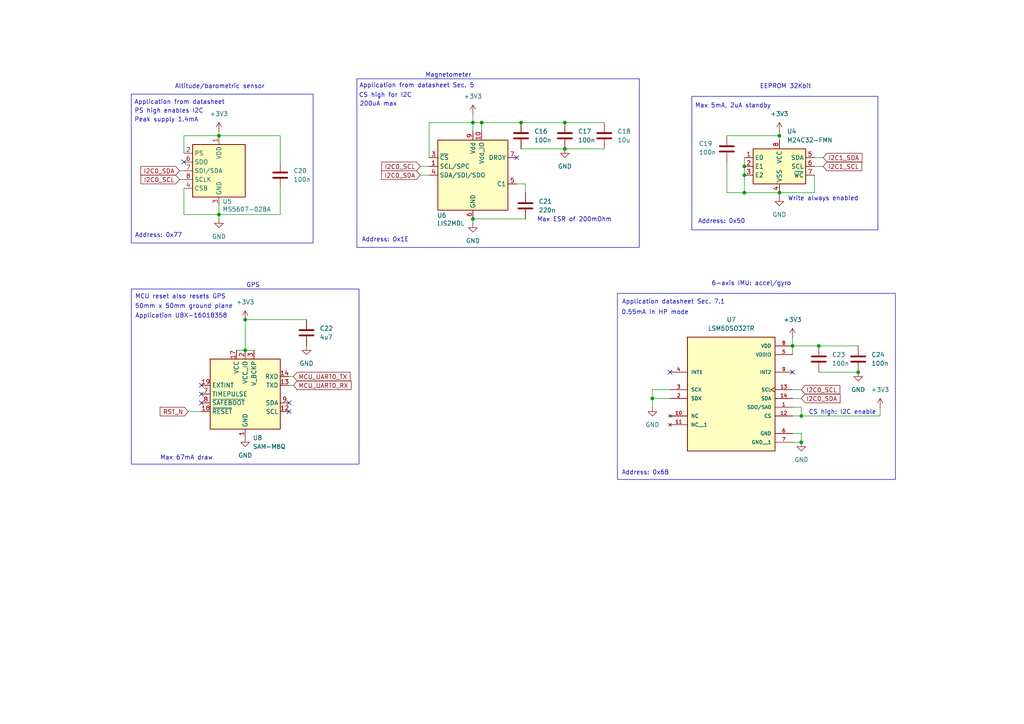
<source format=kicad_sch>
(kicad_sch (version 20231120) (generator "eeschema") (generator_version "8.0")
  (paper "A4")
  (title_block (title "Pygmy") (date "2024-11-11") (rev "A") (company "Matteo Golin"))
  (lib_symbols
    (symbol "Device:C" (pin_numbers hide) (pin_names (offset 0.254))
      (property "Reference" "C" (at 0.635 2.54 0))
      (property "Value" "C" (at 0.635 -2.54 0))
      (symbol "C_0_1"
        (polyline (pts (xy -2.032 -0.762) (xy 2.032 -0.762)) (stroke (width 0.508)))
        (polyline (pts (xy -2.032 0.762) (xy 2.032 0.762)) (stroke (width 0.508)))
      )
      (symbol "C_1_1"
        (pin passive line (at 0 3.81 270) (length 2.794) (name "~") (number "1"))
        (pin passive line (at 0 -3.81 90) (length 2.794) (name "~") (number "2"))
      )
    )
    (symbol "LSM6DSO32TR:LSM6DSO32TR" (pin_names (offset 1.016))
      (property "Reference" "U" (at -12.7 16.002 0))
      (property "Value" "LSM6DSO32TR" (at -12.7 -20.32 0))
      (symbol "LSM6DSO32TR_0_0"
        (rectangle (start -12.7 -17.78) (end 12.7 15.24) (stroke (width 0.254)) (fill (type background)))
        (pin bidirectional line (at 17.78 -5.08 180) (length 5.08) (name "SDO/SA0") (number "1"))
        (pin no_connect line (at -17.78 -7.62 0) (length 5.08) (name "NC") (number "10"))
        (pin no_connect line (at -17.78 -10.16 0) (length 5.08) (name "NC__1") (number "11"))
        (pin input line (at 17.78 -7.62 180) (length 5.08) (name "CS") (number "12"))
        (pin input clock (at 17.78 0 180) (length 5.08) (name "SCL") (number "13"))
        (pin bidirectional line (at 17.78 -2.54 180) (length 5.08) (name "SDA") (number "14"))
        (pin passive line (at -17.78 -2.54 0) (length 5.08) (name "SDX") (number "2"))
        (pin passive line (at -17.78 0 0) (length 5.08) (name "SCX") (number "3"))
        (pin input line (at -17.78 5.08 0) (length 5.08) (name "INT1") (number "4"))
        (pin power_in line (at 17.78 10.16 180) (length 5.08) (name "VDDIO") (number "5"))
        (pin power_in line (at 17.78 -12.7 180) (length 5.08) (name "GND") (number "6"))
        (pin power_in line (at 17.78 -15.24 180) (length 5.08) (name "GND__1") (number "7"))
        (pin power_in line (at 17.78 12.7 180) (length 5.08) (name "VDD") (number "8"))
        (pin output line (at 17.78 5.08 180) (length 5.08) (name "INT2") (number "9"))
      )
    )
    (symbol "Memory_EEPROM:M24C02-FMN"
      (property "Reference" "U" (at -6.35 6.35 0))
      (property "Value" "M24C02-FMN" (at 7.62 6.35 0))
      (symbol "M24C02-FMN_0_1"
        (rectangle (start -7.62 5.08) (end 7.62 -5.08) (stroke (width 0.254)) (fill (type background)))
      )
      (symbol "M24C02-FMN_1_1"
        (pin input line (at -10.16 2.54 0) (length 2.54) (name "E0") (number "1"))
        (pin input line (at -10.16 0 0) (length 2.54) (name "E1") (number "2"))
        (pin input line (at -10.16 -2.54 0) (length 2.54) (name "E2") (number "3"))
        (pin power_in line (at 0 -7.62 90) (length 2.54) (name "VSS") (number "4"))
        (pin bidirectional line (at 10.16 2.54 180) (length 2.54) (name "SDA") (number "5"))
        (pin input line (at 10.16 0 180) (length 2.54) (name "SCL") (number "6"))
        (pin input line (at 10.16 -2.54 180) (length 2.54) (name "~{WC}") (number "7"))
        (pin power_in line (at 0 7.62 270) (length 2.54) (name "VCC") (number "8"))
      )
    )
    (symbol "RF_GPS:SAM-M8Q"
      (property "Reference" "U" (at -8.89 11.43 0))
      (property "Value" "SAM-M8Q" (at 8.89 11.43 0))
      (symbol "SAM-M8Q_0_1"
        (rectangle (start -10.16 10.16) (end 10.16 -10.16) (stroke (width 0.254)) (fill (type background)))
      )
      (symbol "SAM-M8Q_1_1"
        (pin power_in line (at 0 -12.7 90) (length 2.54) (name "GND") (number "1"))
        (pin passive line (at 0 -12.7 90) (length 2.54) hide (name "GND") (number "10"))
        (pin passive line (at 0 -12.7 90) (length 2.54) hide (name "GND") (number "11"))
        (pin input line (at 12.7 -5.08 180) (length 2.54) (name "SCL") (number "12"))
        (pin output line (at 12.7 2.54 180) (length 2.54) (name "TXD") (number "13"))
        (pin input line (at 12.7 5.08 180) (length 2.54) (name "RXD") (number "14"))
        (pin passive line (at 0 -12.7 90) (length 2.54) hide (name "GND") (number "15"))
        (pin passive line (at 0 -12.7 90) (length 2.54) hide (name "GND") (number "16"))
        (pin power_in line (at -2.54 12.7 270) (length 2.54) (name "VCC") (number "17"))
        (pin input line (at -12.7 -5.08 0) (length 2.54) (name "~{RESET}") (number "18"))
        (pin input line (at -12.7 2.54 0) (length 2.54) (name "EXTINT") (number "19"))
        (pin power_in line (at 0 12.7 270) (length 2.54) (name "VCC_IO") (number "2"))
        (pin passive line (at 0 -12.7 90) (length 2.54) hide (name "GND") (number "20"))
        (pin power_in line (at 2.54 12.7 270) (length 2.54) (name "V_BCKP") (number "3"))
        (pin passive line (at 0 -12.7 90) (length 2.54) hide (name "GND") (number "4"))
        (pin passive line (at 0 -12.7 90) (length 2.54) hide (name "GND") (number "5"))
        (pin passive line (at 0 -12.7 90) (length 2.54) hide (name "GND") (number "6"))
        (pin output line (at -12.7 0 0) (length 2.54) (name "TIMEPULSE") (number "7"))
        (pin input line (at -12.7 -2.54 0) (length 2.54) (name "~{SAFEBOOT}") (number "8"))
        (pin bidirectional line (at 12.7 -2.54 180) (length 2.54) (name "SDA") (number "9"))
      )
    )
    (symbol "Sensor_Magnetic:LIS2MDL"
      (property "Reference" "U" (at -8.89 11.43 0))
      (property "Value" "LIS2MDL" (at 7.62 11.43 0))
      (symbol "LIS2MDL_0_1"
        (rectangle (start -10.16 10.16) (end 10.16 -10.16) (stroke (width 0.254)) (fill (type background)))
      )
      (symbol "LIS2MDL_1_1"
        (pin input line (at -12.7 2.54 0) (length 2.54) (name "SCL/SPC") (number "1"))
        (pin power_in line (at 2.54 12.7 270) (length 2.54) (name "Vdd_IO") (number "10"))
        (pin no_connect line (at -10.16 -7.62 0) (length 2.54) hide (name "NC") (number "11"))
        (pin no_connect line (at 10.16 -7.62 180) (length 2.54) hide (name "NC") (number "12"))
        (pin no_connect line (at -10.16 -5.08 0) (length 2.54) hide (name "NC") (number "2"))
        (pin input line (at -12.7 5.08 0) (length 2.54) (name "~{CS}") (number "3"))
        (pin bidirectional line (at -12.7 0 0) (length 2.54) (name "SDA/SDI/SDO") (number "4"))
        (pin power_out line (at 12.7 -2.54 180) (length 2.54) (name "C1") (number "5"))
        (pin power_in line (at 0 -12.7 90) (length 2.54) (name "GND") (number "6"))
        (pin output line (at 12.7 5.08 180) (length 2.54) (name "DRDY") (number "7"))
        (pin passive line (at 0 -12.7 90) (length 2.54) hide (name "GND") (number "8"))
        (pin power_in line (at 0 12.7 270) (length 2.54) (name "Vdd") (number "9"))
      )
    )
    (symbol "Sensor_Pressure:MS5607-02BA"
      (property "Reference" "U" (at -6.35 8.89 0))
      (property "Value" "MS5607-02BA" (at 7.62 8.89 0))
      (symbol "MS5607-02BA_0_1"
        (rectangle (start -7.62 7.62) (end 7.62 -7.62) (stroke (width 0.254)) (fill (type background)))
      )
      (symbol "MS5607-02BA_1_1"
        (pin power_in line (at 0 10.16 270) (length 2.54) (name "VDD") (number "1"))
        (pin input line (at -10.16 5.08 0) (length 2.54) (name "PS") (number "2"))
        (pin power_in line (at 0 -10.16 90) (length 2.54) (name "GND") (number "3"))
        (pin input line (at -10.16 -5.08 0) (length 2.54) (name "CSB") (number "4"))
        (pin input line (at -10.16 -5.08 0) (length 2.54) hide (name "CSB") (number "5"))
        (pin output line (at -10.16 2.54 0) (length 2.54) (name "SDO") (number "6"))
        (pin bidirectional line (at -10.16 0 0) (length 2.54) (name "SDI/SDA") (number "7"))
        (pin input line (at -10.16 -2.54 0) (length 2.54) (name "SCLK") (number "8"))
      )
    )
    (symbol "power:+3.3V" (power) (pin_numbers hide) (pin_names (offset 0) hide)
      (property "Value" "+3.3V" (at 0 3.556 0))
      (symbol "+3.3V_0_1"
        (polyline (pts (xy -0.762 1.27) (xy 0 2.54)))
        (polyline (pts (xy 0 0) (xy 0 2.54)))
        (polyline (pts (xy 0 2.54) (xy 0.762 1.27)))
      )
      (symbol "+3.3V_1_1"
        (pin power_in line (at 0 0 90) (length 0) (name "~") (number "1"))
      )
    )
    (symbol "power:+3V3" (power) (pin_numbers hide) (pin_names (offset 0) hide)
      (property "Value" "+3V3" (at 0 3.556 0))
      (symbol "+3V3_0_1"
        (polyline (pts (xy -0.762 1.27) (xy 0 2.54)))
        (polyline (pts (xy 0 0) (xy 0 2.54)))
        (polyline (pts (xy 0 2.54) (xy 0.762 1.27)))
      )
      (symbol "+3V3_1_1"
        (pin power_in line (at 0 0 90) (length 0) (name "~") (number "1"))
      )
    )
    (symbol "power:GND" (power) (pin_numbers hide) (pin_names (offset 0) hide)
      (property "Value" "GND" (at 0 -3.81 0))
      (symbol "GND_0_1"
        (polyline (pts (xy 0 0) (xy 0 -1.27) (xy 1.27 -1.27) (xy 0 -2.54) (xy -1.27 -1.27) (xy 0 -1.27)))
      )
      (symbol "GND_1_1"
        (pin power_in line (at 0 0 270) (length 0) (name "~") (number "1"))
      )
    )
  )
  (junction (at 215.9 55.88))
  (junction (at 232.41 120.65))
  (junction (at 71.12 92.71))
  (junction (at 63.5 39.37))
  (junction (at 139.7 35.56))
  (junction (at 151.13 35.56))
  (junction (at 163.83 43.18))
  (junction (at 237.49 100.33))
  (junction (at 226.06 55.88))
  (junction (at 229.87 100.33))
  (junction (at 63.5 62.23))
  (junction (at 71.12 101.6))
  (junction (at 189.23 115.57))
  (junction (at 137.16 63.5))
  (junction (at 215.9 50.8))
  (junction (at 226.06 39.37))
  (junction (at 215.9 48.26))
  (junction (at 232.41 128.27))
  (junction (at 137.16 35.56))
  (junction (at 163.83 35.56))
  (junction (at 248.92 107.95))
  (no_connect (at 58.42 111.76))
  (no_connect (at 194.31 107.95))
  (no_connect (at 149.86 45.72))
  (no_connect (at 58.42 116.84))
  (no_connect (at 229.87 107.95))
  (no_connect (at 83.82 116.84))
  (no_connect (at 58.42 114.3))
  (no_connect (at 53.34 46.99))
  (no_connect (at 83.82 119.38))
  (wire (pts (xy 226.06 57.15) (xy 226.06 55.88)))
  (wire (pts (xy 137.16 33.02) (xy 137.16 35.56)))
  (wire (pts (xy 236.22 50.8) (xy 236.22 55.88)))
  (wire (pts (xy 238.76 45.72) (xy 236.22 45.72)))
  (wire (pts (xy 121.92 48.26) (xy 124.46 48.26)))
  (wire (pts (xy 151.13 43.18) (xy 163.83 43.18)))
  (wire (pts (xy 71.12 92.71) (xy 71.12 101.6)))
  (wire (pts (xy 229.87 100.33) (xy 237.49 100.33)))
  (wire (pts (xy 137.16 63.5) (xy 152.4 63.5)))
  (wire (pts (xy 53.34 39.37) (xy 63.5 39.37)))
  (wire (pts (xy 237.49 107.95) (xy 248.92 107.95)))
  (wire (pts (xy 124.46 45.72) (xy 124.46 35.56)))
  (wire (pts (xy 81.28 62.23) (xy 63.5 62.23)))
  (wire (pts (xy 255.27 118.11) (xy 255.27 120.65)))
  (wire (pts (xy 163.83 35.56) (xy 175.26 35.56)))
  (wire (pts (xy 226.06 39.37) (xy 226.06 40.64)))
  (wire (pts (xy 121.92 50.8) (xy 124.46 50.8)))
  (wire (pts (xy 255.27 120.65) (xy 232.41 120.65)))
  (wire (pts (xy 210.82 55.88) (xy 215.9 55.88)))
  (wire (pts (xy 81.28 54.61) (xy 81.28 62.23)))
  (wire (pts (xy 139.7 35.56) (xy 151.13 35.56)))
  (wire (pts (xy 189.23 118.11) (xy 189.23 115.57)))
  (wire (pts (xy 229.87 102.87) (xy 229.87 100.33)))
  (wire (pts (xy 210.82 46.99) (xy 210.82 55.88)))
  (wire (pts (xy 215.9 48.26) (xy 215.9 50.8)))
  (wire (pts (xy 81.28 39.37) (xy 81.28 46.99)))
  (wire (pts (xy 210.82 39.37) (xy 226.06 39.37)))
  (wire (pts (xy 53.34 54.61) (xy 53.34 62.23)))
  (wire (pts (xy 189.23 115.57) (xy 189.23 113.03)))
  (wire (pts (xy 175.26 43.18) (xy 163.83 43.18)))
  (wire (pts (xy 232.41 125.73) (xy 229.87 125.73)))
  (wire (pts (xy 237.49 100.33) (xy 248.92 100.33)))
  (wire (pts (xy 137.16 35.56) (xy 137.16 38.1)))
  (wire (pts (xy 215.9 50.8) (xy 215.9 55.88)))
  (wire (pts (xy 189.23 113.03) (xy 194.31 113.03)))
  (wire (pts (xy 226.06 39.37) (xy 226.06 38.1)))
  (wire (pts (xy 152.4 53.34) (xy 152.4 55.88)))
  (wire (pts (xy 63.5 63.5) (xy 63.5 62.23)))
  (wire (pts (xy 137.16 35.56) (xy 139.7 35.56)))
  (wire (pts (xy 71.12 101.6) (xy 73.66 101.6)))
  (wire (pts (xy 137.16 64.77) (xy 137.16 63.5)))
  (wire (pts (xy 232.41 128.27) (xy 229.87 128.27)))
  (wire (pts (xy 139.7 35.56) (xy 139.7 38.1)))
  (wire (pts (xy 232.41 118.11) (xy 232.41 120.65)))
  (wire (pts (xy 229.87 118.11) (xy 232.41 118.11)))
  (wire (pts (xy 63.5 38.1) (xy 63.5 39.37)))
  (wire (pts (xy 52.07 49.53) (xy 53.34 49.53)))
  (wire (pts (xy 232.41 115.57) (xy 229.87 115.57)))
  (wire (pts (xy 236.22 55.88) (xy 226.06 55.88)))
  (wire (pts (xy 232.41 125.73) (xy 232.41 128.27)))
  (wire (pts (xy 189.23 115.57) (xy 194.31 115.57)))
  (wire (pts (xy 152.4 53.34) (xy 149.86 53.34)))
  (wire (pts (xy 215.9 55.88) (xy 226.06 55.88)))
  (wire (pts (xy 63.5 62.23) (xy 63.5 59.69)))
  (wire (pts (xy 52.07 52.07) (xy 53.34 52.07)))
  (wire (pts (xy 54.61 119.38) (xy 58.42 119.38)))
  (wire (pts (xy 232.41 113.03) (xy 229.87 113.03)))
  (wire (pts (xy 85.09 111.76) (xy 83.82 111.76)))
  (wire (pts (xy 124.46 35.56) (xy 137.16 35.56)))
  (wire (pts (xy 53.34 44.45) (xy 53.34 39.37)))
  (wire (pts (xy 88.9 92.71) (xy 71.12 92.71)))
  (wire (pts (xy 81.28 39.37) (xy 63.5 39.37)))
  (wire (pts (xy 85.09 109.22) (xy 83.82 109.22)))
  (wire (pts (xy 238.76 48.26) (xy 236.22 48.26)))
  (wire (pts (xy 215.9 45.72) (xy 215.9 48.26)))
  (wire (pts (xy 229.87 100.33) (xy 229.87 97.79)))
  (wire (pts (xy 232.41 120.65) (xy 229.87 120.65)))
  (wire (pts (xy 53.34 62.23) (xy 63.5 62.23)))
  (wire (pts (xy 151.13 35.56) (xy 163.83 35.56)))
  (wire (pts (xy 68.58 101.6) (xy 71.12 101.6)))
  (rectangle (start 38.1 83.82) (end 104.14 134.62))
  (rectangle (start 38.1 27.305) (end 90.805 70.485))
  (rectangle (start 103.505 22.86) (end 185.42 71.755))
  (rectangle (start 200.66 27.94) (end 254.635 66.675))
  (rectangle (start 179.07 85.09) (end 259.715 139.065))
  (text "Application datasheet Sec. 7.1" (at 195.326 87.63 0) (effects (font (size 1.27 1.27))))
  (text "Application UBX-16018358" (at 52.578 91.694 0) (effects (font (size 1.27 1.27))))
  (text "CS high for I2C" (at 111.76 27.686 0) (effects (font (size 1.27 1.27))))
  (text "Address: 0x50" (at 209.296 64.262 0) (effects (font (size 1.27 1.27))))
  (text "Address: 0x6B" (at 187.198 137.16 0) (effects (font (size 1.27 1.27))))
  (text "Application from datasheet Sec. 5" (at 120.904 24.892 0) (effects (font (size 1.27 1.27))))
  (text "Address: 0x77" (at 45.974 68.326 0) (effects (font (size 1.27 1.27))))
  (text "50mm x 50mm ground plane" (at 53.34 88.9 0) (effects (font (size 1.27 1.27))))
  (text "MCU reset also resets GPS" (at 52.324 86.106 0) (effects (font (size 1.27 1.27))))
  (text "Altitude/barometric sensor" (at 63.754 25.146 0) (effects (font (size 1.27 1.27))))
  (text "Max 5mA, 2uA standby" (at 212.598 30.734 0) (effects (font (size 1.27 1.27))))
  (text "GPS" (at 73.406 82.804 0) (effects (font (size 1.27 1.27))))
  (text "6-axis IMU: accel/gyro" (at 217.932 82.296 0) (effects (font (size 1.27 1.27))))
  (text "200uA max" (at 109.728 30.226 0) (effects (font (size 1.27 1.27))))
  (text "Magnetometer" (at 130.048 21.844 0) (effects (font (size 1.27 1.27))))
  (text "Address: 0x1E" (at 111.76 69.596 0) (effects (font (size 1.27 1.27))))
  (text "EEPROM 32Kbit" (at 227.838 25.146 0) (effects (font (size 1.27 1.27))))
  (text "CS high: I2C enable" (at 244.348 119.634 0) (effects (font (size 1.27 1.27))))
  (text "Write always enabled" (at 238.76 57.658 0) (effects (font (size 1.27 1.27))))
  (text "PS high enables I2C" (at 49.022 32.258 0) (effects (font (size 1.27 1.27))))
  (text "Application from datasheet" (at 52.07 29.718 0) (effects (font (size 1.27 1.27))))
  (text "Peak supply 1.4mA" (at 48.26 34.798 0) (effects (font (size 1.27 1.27))))
  (text "Max 67mA draw" (at 54.102 132.842 0) (effects (font (size 1.27 1.27))))
  (text "0.55mA in HP mode" (at 189.992 90.678 0) (effects (font (size 1.27 1.27))))
  (text "Max ESR of 200mOhm" (at 166.624 63.754 0) (effects (font (size 1.27 1.27))))
  (global_label "MCU_UART0_TX" (shape input) (at 85.09 109.22 0) (property "Intersheetrefs" "${INTERSHEET_REFS}" (effects (hide yes))))
  (global_label "I2C1_SDA" (shape input) (at 238.76 45.72 0) (property "Intersheetrefs" "${INTERSHEET_REFS}" (effects (hide yes))))
  (global_label "I2C0_SCL" (shape input) (at 232.41 113.03 0) (property "Intersheetrefs" "${INTERSHEET_REFS}" (effects (hide yes))))
  (global_label "I2C1_SCL" (shape input) (at 238.76 48.26 0) (property "Intersheetrefs" "${INTERSHEET_REFS}" (effects (hide yes))))
  (global_label "I2C0_SDA" (shape input) (at 52.07 49.53 180) (property "Intersheetrefs" "${INTERSHEET_REFS}" (effects (hide yes))))
  (global_label "I2C0_SDA" (shape input) (at 232.41 115.57 0) (property "Intersheetrefs" "${INTERSHEET_REFS}" (effects (hide yes))))
  (global_label "I2C0_SCL" (shape input) (at 52.07 52.07 180) (property "Intersheetrefs" "${INTERSHEET_REFS}" (effects (hide yes))))
  (global_label "MCU_UART0_RX" (shape input) (at 85.09 111.76 0) (property "Intersheetrefs" "${INTERSHEET_REFS}" (effects (hide yes))))
  (global_label "I2C0_SCL" (shape input) (at 121.92 48.26 180) (property "Intersheetrefs" "${INTERSHEET_REFS}" (effects (hide yes))))
  (global_label "RST_N" (shape input) (at 54.61 119.38 180) (property "Intersheetrefs" "${INTERSHEET_REFS}" (effects (hide yes))))
  (global_label "I2C0_SDA" (shape input) (at 121.92 50.8 180) (property "Intersheetrefs" "${INTERSHEET_REFS}" (effects (hide yes))))
  (symbol (lib_id "Device:C") (at 152.4 59.69 0) (unit 1)
    (property "Reference" "C21" (at 156.21 58.4199 0) (effects (justify left)))
    (property "Value" "220n" (at 156.21 60.9599 0) (effects (justify left)))
    (property "Description" "Unpolarized capacitor" (effects (hide yes)))
  )
  (symbol (lib_id "power:GND") (at 232.41 128.27 0) (unit 1)
    (property "Reference" "#PWR056" (effects (hide yes)))
    (property "Value" "GND" (at 232.41 133.35 0))
    (property "Description" "Power symbol creates a global label with name \"GND\" , ground" (effects (hide yes)))
  )
  (symbol (lib_id "power:+3.3V") (at 63.5 38.1 0) (unit 1)
    (property "Reference" "#PWR043" (effects (hide yes)))
    (property "Value" "+3V3" (at 63.5 33.02 0))
    (property "Description" "Power symbol creates a global label with name \"+3.3V\"" (effects (hide yes)))
  )
  (symbol (lib_id "Device:C") (at 248.92 104.14 0) (unit 1)
    (property "Reference" "C24" (at 252.73 102.8699 0) (effects (justify left)))
    (property "Value" "100n" (at 252.73 105.4099 0) (effects (justify left)))
    (property "Description" "Unpolarized capacitor" (effects (hide yes)))
  )
  (symbol (lib_id "Device:C") (at 175.26 39.37 0) (unit 1)
    (property "Reference" "C18" (at 179.07 38.0999 0) (effects (justify left)))
    (property "Value" "10u" (at 179.07 40.6399 0) (effects (justify left)))
    (property "Description" "Unpolarized capacitor" (effects (hide yes)))
  )
  (symbol (lib_id "power:GND") (at 137.16 64.77 0) (unit 1)
    (property "Reference" "#PWR048" (effects (hide yes)))
    (property "Value" "GND" (at 137.16 69.85 0))
    (property "Description" "Power symbol creates a global label with name \"GND\" , ground" (effects (hide yes)))
  )
  (symbol (lib_id "power:GND") (at 71.12 127 0) (unit 1)
    (property "Reference" "#PWR055" (effects (hide yes)))
    (property "Value" "GND" (at 71.12 132.08 0))
    (property "Description" "Power symbol creates a global label with name \"GND\" , ground" (effects (hide yes)))
  )
  (symbol (lib_id "Memory_EEPROM:M24C02-FMN") (at 226.06 48.26 0) (unit 1)
    (property "Reference" "U4" (at 228.2541 38.1 0) (effects (justify left)))
    (property "Value" "M24C32-FMN" (at 228.2541 40.64 0) (effects (justify left)))
    (property "Footprint" "Package_SO:SOIC-8_3.9x4.9mm_P1.27mm" (effects (hide yes)))
    (property "Datasheet" "https://www.st.com/content/ccc/resource/technical/document/datasheet/80/4e/8c/54/f2/63/4c/4a/CD00001012.pdf/files/CD00001012.pdf/jcr:content/translations/en.CD00001012.pdf" (effects (hide yes)))
    (property "Description" "32Kb (4kx8) I2C Serial EEPROM, 1.6-5.5V, SOIC-8" (effects (hide yes)))
  )
  (symbol (lib_id "power:+3V3") (at 71.12 92.71 0) (unit 1)
    (property "Reference" "#PWR049" (effects (hide yes)))
    (property "Value" "+3V3" (at 71.12 87.63 0))
    (property "Description" "Power symbol creates a global label with name \"+3V3\"" (effects (hide yes)))
  )
  (symbol (lib_id "Sensor_Magnetic:LIS2MDL") (at 137.16 50.8 0) (unit 1)
    (property "Reference" "U6" (at 126.746 62.484 0) (effects (justify left)))
    (property "Value" "LIS2MDL" (at 126.746 64.77 0) (effects (justify left)))
    (property "Footprint" "Package_LGA:LGA-12_2x2mm_P0.5mm" (effects (hide yes)))
    (property "Datasheet" "https://www.st.com/resource/en/datasheet/lis2mdl.pdf" (effects (hide yes)))
    (property "Description" "Ultra-low-power, 3-axis digital output magnetometer, LGA-12" (effects (hide yes)))
  )
  (symbol (lib_id "Device:C") (at 163.83 39.37 0) (unit 1)
    (property "Reference" "C17" (at 167.64 38.0999 0) (effects (justify left)))
    (property "Value" "100n" (at 167.64 40.6399 0) (effects (justify left)))
    (property "Description" "Unpolarized capacitor" (effects (hide yes)))
  )
  (symbol (lib_id "Device:C") (at 237.49 104.14 0) (unit 1)
    (property "Reference" "C23" (at 241.3 102.8699 0) (effects (justify left)))
    (property "Value" "100n" (at 241.3 105.4099 0) (effects (justify left)))
    (property "Description" "Unpolarized capacitor" (effects (hide yes)))
  )
  (symbol (lib_id "power:+3.3V") (at 229.87 97.79 0) (unit 1)
    (property "Reference" "#PWR050" (effects (hide yes)))
    (property "Value" "+3V3" (at 229.87 92.71 0))
    (property "Description" "Power symbol creates a global label with name \"+3.3V\"" (effects (hide yes)))
  )
  (symbol (lib_id "Device:C") (at 151.13 39.37 0) (unit 1)
    (property "Reference" "C16" (at 154.94 38.0999 0) (effects (justify left)))
    (property "Value" "100n" (at 154.94 40.6399 0) (effects (justify left)))
    (property "Description" "Unpolarized capacitor" (effects (hide yes)))
  )
  (symbol (lib_id "power:GND") (at 189.23 118.11 0) (unit 1)
    (property "Reference" "#PWR053" (effects (hide yes)))
    (property "Value" "GND" (at 189.23 123.19 0))
    (property "Description" "Power symbol creates a global label with name \"GND\" , ground" (effects (hide yes)))
  )
  (symbol (lib_id "Device:C") (at 81.28 50.8 0) (unit 1)
    (property "Reference" "C20" (at 85.09 49.5299 0) (effects (justify left)))
    (property "Value" "100n" (at 85.09 52.0699 0) (effects (justify left)))
    (property "Description" "Unpolarized capacitor" (effects (hide yes)))
  )
  (symbol (lib_id "Device:C") (at 88.9 96.52 0) (unit 1)
    (property "Reference" "C22" (at 92.71 95.2499 0) (effects (justify left)))
    (property "Value" "4u7" (at 92.71 97.7899 0) (effects (justify left)))
    (property "Description" "Unpolarized capacitor" (effects (hide yes)))
  )
  (symbol (lib_id "power:GND") (at 163.83 43.18 0) (unit 1)
    (property "Reference" "#PWR045" (effects (hide yes)))
    (property "Value" "GND" (at 163.83 48.26 0))
    (property "Description" "Power symbol creates a global label with name \"GND\" , ground" (effects (hide yes)))
  )
  (symbol (lib_id "power:GND") (at 63.5 63.5 0) (unit 1)
    (property "Reference" "#PWR047" (effects (hide yes)))
    (property "Value" "GND" (at 63.5 68.58 0))
    (property "Description" "Power symbol creates a global label with name \"GND\" , ground" (effects (hide yes)))
  )
  (symbol (lib_id "power:GND") (at 88.9 100.33 0) (unit 1)
    (property "Reference" "#PWR051" (effects (hide yes)))
    (property "Value" "GND" (at 88.9 105.41 0))
    (property "Description" "Power symbol creates a global label with name \"GND\" , ground" (effects (hide yes)))
  )
  (symbol (lib_id "power:GND") (at 248.92 107.95 0) (unit 1)
    (property "Reference" "#PWR052" (effects (hide yes)))
    (property "Value" "GND" (at 248.92 113.03 0))
    (property "Description" "Power symbol creates a global label with name \"GND\" , ground" (effects (hide yes)))
  )
  (symbol (lib_id "power:+3.3V") (at 137.16 33.02 0) (unit 1)
    (property "Reference" "#PWR042" (effects (hide yes)))
    (property "Value" "+3V3" (at 137.16 27.94 0))
    (property "Description" "Power symbol creates a global label with name \"+3.3V\"" (effects (hide yes)))
  )
  (symbol (lib_id "power:GND") (at 226.06 57.15 0) (unit 1)
    (property "Reference" "#PWR046" (effects (hide yes)))
    (property "Value" "GND" (at 226.06 62.23 0))
    (property "Description" "Power symbol creates a global label with name \"GND\" , ground" (effects (hide yes)))
  )
  (symbol (lib_id "power:+3.3V") (at 226.06 38.1 0) (unit 1)
    (property "Reference" "#PWR044" (effects (hide yes)))
    (property "Value" "+3V3" (at 226.06 33.02 0))
    (property "Description" "Power symbol creates a global label with name \"+3.3V\"" (effects (hide yes)))
  )
  (symbol (lib_id "power:+3.3V") (at 255.27 118.11 0) (unit 1)
    (property "Reference" "#PWR054" (effects (hide yes)))
    (property "Value" "+3V3" (at 255.27 113.03 0))
    (property "Description" "Power symbol creates a global label with name \"+3.3V\"" (effects (hide yes)))
  )
  (symbol (lib_id "Sensor_Pressure:MS5607-02BA") (at 63.5 49.53 0) (unit 1)
    (property "Reference" "U5" (at 64.516 58.42 0) (effects (justify left)))
    (property "Value" "MS5607-02BA" (at 64.516 60.706 0) (effects (justify left)))
    (property "Footprint" "Package_LGA:LGA-8_3x5mm_P1.25mm" (effects (hide yes)))
    (property "Datasheet" "https://www.te.com/commerce/DocumentDelivery/DDEController?Action=showdoc&DocId=Data+Sheet%7FMS5607-02BA03%7FB2%7Fpdf%7FEnglish%7FENG_DS_MS5607-02BA03_B2.pdf%7FCAT-BLPS0035" (effects (hide yes)))
    (property "Description" "Barometric pressure sensor, 20cm resolution, 10 to 1200 mbar, I2C and SPI interface up to 20MHz, LGA-8" (effects (hide yes)))
  )
  (symbol (lib_id "Device:C") (at 210.82 43.18 0) (unit 1)
    (property "Reference" "C19" (at 202.692 41.656 0) (effects (justify left)))
    (property "Value" "100n" (at 202.692 44.196 0) (effects (justify left)))
    (property "Description" "Unpolarized capacitor" (effects (hide yes)))
  )
  (symbol (lib_id "RF_GPS:SAM-M8Q") (at 71.12 114.3 0) (unit 1)
    (property "Reference" "U8" (at 73.3141 127 0) (effects (justify left)))
    (property "Value" "SAM-M8Q" (at 73.3141 129.54 0) (effects (justify left)))
    (property "Footprint" "RF_GPS:ublox_SAM-M8Q" (effects (hide yes)))
    (property "Datasheet" "https://www.u-blox.com/sites/default/files/SAM-M8Q_DataSheet_%28UBX-16012619%29.pdf" (effects (hide yes)))
    (property "Description" "GPS ublox M8 variant" (effects (hide yes)))
  )
  (symbol (lib_id "LSM6DSO32TR:LSM6DSO32TR") (at 212.09 113.03 0) (unit 1)
    (property "Reference" "U7" (at 212.09 92.71 0))
    (property "Value" "LSM6DSO32TR" (at 212.09 95.25 0))
    (property "Footprint" "lsm6dso32:XDCR_LSM6DSO32TR" (effects (hide yes)))
  )
)
</source>
